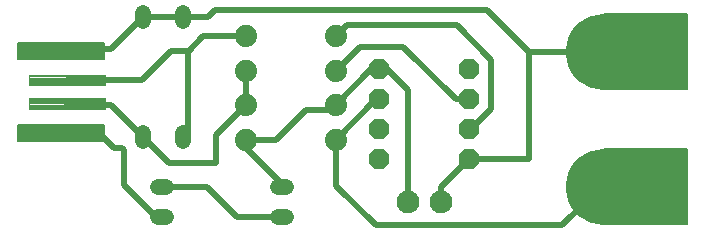
<source format=gtl>
G04 EAGLE Gerber RS-274X export*
G75*
%MOMM*%
%FSLAX34Y34*%
%LPD*%
%INTop Copper*%
%IPPOS*%
%AMOC8*
5,1,8,0,0,1.08239X$1,22.5*%
G01*
%ADD10C,0.150000*%
%ADD11C,0.100000*%
%ADD12P,1.869504X8X292.500000*%
%ADD13C,1.320800*%
%ADD14C,1.879600*%
%ADD15C,6.451600*%
%ADD16C,1.930400*%
%ADD17C,0.508000*%

G36*
X565215Y139077D02*
X565215Y139077D01*
X565281Y139079D01*
X565324Y139097D01*
X565371Y139105D01*
X565428Y139139D01*
X565488Y139164D01*
X565523Y139195D01*
X565564Y139220D01*
X565606Y139271D01*
X565654Y139315D01*
X565676Y139357D01*
X565705Y139394D01*
X565726Y139456D01*
X565757Y139515D01*
X565765Y139569D01*
X565777Y139606D01*
X565776Y139646D01*
X565784Y139700D01*
X565784Y203200D01*
X565773Y203265D01*
X565771Y203331D01*
X565753Y203374D01*
X565745Y203421D01*
X565711Y203478D01*
X565686Y203538D01*
X565655Y203573D01*
X565630Y203614D01*
X565579Y203656D01*
X565535Y203704D01*
X565493Y203726D01*
X565456Y203755D01*
X565394Y203776D01*
X565335Y203807D01*
X565281Y203815D01*
X565244Y203827D01*
X565204Y203826D01*
X565150Y203834D01*
X495300Y203834D01*
X495235Y203823D01*
X495169Y203821D01*
X495126Y203803D01*
X495079Y203795D01*
X495022Y203761D01*
X494962Y203736D01*
X494927Y203705D01*
X494886Y203680D01*
X494845Y203629D01*
X494796Y203585D01*
X494774Y203543D01*
X494745Y203506D01*
X494724Y203444D01*
X494693Y203385D01*
X494685Y203331D01*
X494673Y203294D01*
X494674Y203254D01*
X494666Y203200D01*
X494666Y201930D01*
X494677Y201865D01*
X494679Y201799D01*
X494697Y201756D01*
X494705Y201709D01*
X494739Y201652D01*
X494764Y201592D01*
X494795Y201557D01*
X494820Y201516D01*
X494871Y201475D01*
X494915Y201426D01*
X494957Y201404D01*
X494994Y201375D01*
X495056Y201354D01*
X495115Y201323D01*
X495169Y201315D01*
X495206Y201303D01*
X495246Y201304D01*
X495300Y201296D01*
X500117Y201296D01*
X520066Y181347D01*
X520066Y159013D01*
X502657Y141604D01*
X495300Y141604D01*
X495235Y141593D01*
X495169Y141591D01*
X495126Y141573D01*
X495079Y141565D01*
X495022Y141531D01*
X494962Y141506D01*
X494927Y141475D01*
X494886Y141450D01*
X494845Y141399D01*
X494796Y141355D01*
X494774Y141313D01*
X494745Y141276D01*
X494724Y141214D01*
X494693Y141155D01*
X494685Y141101D01*
X494673Y141064D01*
X494673Y141062D01*
X494674Y141024D01*
X494666Y140970D01*
X494666Y139700D01*
X494677Y139635D01*
X494679Y139569D01*
X494697Y139526D01*
X494705Y139479D01*
X494739Y139422D01*
X494764Y139362D01*
X494795Y139327D01*
X494820Y139286D01*
X494871Y139245D01*
X494915Y139196D01*
X494957Y139174D01*
X494994Y139145D01*
X495056Y139124D01*
X495115Y139093D01*
X495169Y139085D01*
X495206Y139073D01*
X495246Y139074D01*
X495300Y139066D01*
X565150Y139066D01*
X565215Y139077D01*
G37*
G36*
X565215Y24777D02*
X565215Y24777D01*
X565281Y24779D01*
X565324Y24797D01*
X565371Y24805D01*
X565428Y24839D01*
X565488Y24864D01*
X565523Y24895D01*
X565564Y24920D01*
X565606Y24971D01*
X565654Y25015D01*
X565676Y25057D01*
X565705Y25094D01*
X565726Y25156D01*
X565757Y25215D01*
X565765Y25269D01*
X565777Y25306D01*
X565776Y25346D01*
X565784Y25400D01*
X565784Y88900D01*
X565773Y88965D01*
X565771Y89031D01*
X565753Y89074D01*
X565745Y89121D01*
X565711Y89178D01*
X565686Y89238D01*
X565655Y89273D01*
X565630Y89314D01*
X565579Y89356D01*
X565535Y89404D01*
X565493Y89426D01*
X565456Y89455D01*
X565394Y89476D01*
X565335Y89507D01*
X565281Y89515D01*
X565244Y89527D01*
X565204Y89526D01*
X565150Y89534D01*
X495300Y89534D01*
X495235Y89523D01*
X495169Y89521D01*
X495126Y89503D01*
X495079Y89495D01*
X495022Y89461D01*
X494962Y89436D01*
X494927Y89405D01*
X494886Y89380D01*
X494845Y89329D01*
X494796Y89285D01*
X494774Y89243D01*
X494745Y89206D01*
X494724Y89144D01*
X494693Y89085D01*
X494685Y89031D01*
X494673Y88994D01*
X494674Y88954D01*
X494666Y88900D01*
X494666Y87630D01*
X494677Y87565D01*
X494679Y87499D01*
X494697Y87456D01*
X494705Y87409D01*
X494739Y87352D01*
X494764Y87292D01*
X494795Y87257D01*
X494820Y87216D01*
X494871Y87175D01*
X494915Y87126D01*
X494957Y87104D01*
X494994Y87075D01*
X495056Y87054D01*
X495115Y87023D01*
X495169Y87015D01*
X495206Y87003D01*
X495246Y87004D01*
X495300Y86996D01*
X500117Y86996D01*
X520066Y67047D01*
X520066Y44713D01*
X502657Y27304D01*
X495300Y27304D01*
X495235Y27293D01*
X495169Y27291D01*
X495126Y27273D01*
X495079Y27265D01*
X495022Y27231D01*
X494962Y27206D01*
X494927Y27175D01*
X494886Y27150D01*
X494845Y27099D01*
X494796Y27055D01*
X494774Y27013D01*
X494745Y26976D01*
X494724Y26914D01*
X494693Y26855D01*
X494685Y26801D01*
X494673Y26764D01*
X494673Y26762D01*
X494674Y26724D01*
X494666Y26670D01*
X494666Y25400D01*
X494677Y25335D01*
X494679Y25269D01*
X494697Y25226D01*
X494705Y25179D01*
X494739Y25122D01*
X494764Y25062D01*
X494795Y25027D01*
X494820Y24986D01*
X494871Y24945D01*
X494915Y24896D01*
X494957Y24874D01*
X494994Y24845D01*
X495056Y24824D01*
X495115Y24793D01*
X495169Y24785D01*
X495206Y24773D01*
X495246Y24774D01*
X495300Y24766D01*
X565150Y24766D01*
X565215Y24777D01*
G37*
D10*
X72050Y95590D02*
X-1450Y95590D01*
X-1450Y109090D01*
X72050Y109090D01*
X72050Y95590D01*
X72050Y97015D02*
X-1450Y97015D01*
X-1450Y98440D02*
X72050Y98440D01*
X72050Y99865D02*
X-1450Y99865D01*
X-1450Y101290D02*
X72050Y101290D01*
X72050Y102715D02*
X-1450Y102715D01*
X-1450Y104140D02*
X72050Y104140D01*
X72050Y105565D02*
X-1450Y105565D01*
X-1450Y106990D02*
X72050Y106990D01*
X72050Y108415D02*
X-1450Y108415D01*
D11*
X8300Y122840D02*
X72300Y122840D01*
X8300Y122840D02*
X8300Y131840D01*
X72300Y131840D01*
X72300Y122840D01*
X72300Y123790D02*
X8300Y123790D01*
X8300Y124740D02*
X72300Y124740D01*
X72300Y125690D02*
X8300Y125690D01*
X8300Y126640D02*
X72300Y126640D01*
X72300Y127590D02*
X8300Y127590D01*
X8300Y128540D02*
X72300Y128540D01*
X72300Y129490D02*
X8300Y129490D01*
X8300Y130440D02*
X72300Y130440D01*
X72300Y131390D02*
X8300Y131390D01*
X8300Y142840D02*
X72300Y142840D01*
X8300Y142840D02*
X8300Y151840D01*
X72300Y151840D01*
X72300Y142840D01*
X72300Y143790D02*
X8300Y143790D01*
X8300Y144740D02*
X72300Y144740D01*
X72300Y145690D02*
X8300Y145690D01*
X8300Y146640D02*
X72300Y146640D01*
X72300Y147590D02*
X8300Y147590D01*
X8300Y148540D02*
X72300Y148540D01*
X72300Y149490D02*
X8300Y149490D01*
X8300Y150440D02*
X72300Y150440D01*
X72300Y151390D02*
X8300Y151390D01*
D10*
X-1450Y165590D02*
X72050Y165590D01*
X-1450Y165590D02*
X-1450Y179090D01*
X72050Y179090D01*
X72050Y165590D01*
X72050Y167015D02*
X-1450Y167015D01*
X-1450Y168440D02*
X72050Y168440D01*
X72050Y169865D02*
X-1450Y169865D01*
X-1450Y171290D02*
X72050Y171290D01*
X72050Y172715D02*
X-1450Y172715D01*
X-1450Y174140D02*
X72050Y174140D01*
X72050Y175565D02*
X-1450Y175565D01*
X-1450Y176990D02*
X72050Y176990D01*
X72050Y178415D02*
X-1450Y178415D01*
D12*
X380580Y156390D03*
X380580Y130990D03*
X380580Y105590D03*
X380580Y80190D03*
X304380Y80190D03*
X304380Y105590D03*
X304380Y130990D03*
X304380Y156390D03*
D13*
X138530Y102542D02*
X138530Y95938D01*
X138530Y197538D02*
X138530Y204142D01*
X105080Y102542D02*
X105080Y95938D01*
X105080Y197538D02*
X105080Y204142D01*
D14*
X191770Y155160D03*
X267970Y155160D03*
X191770Y184510D03*
X267970Y184510D03*
X191770Y96880D03*
X267970Y96880D03*
X191770Y126090D03*
X267970Y126090D03*
D15*
X495300Y171450D03*
X495300Y57150D03*
D13*
X225552Y57150D02*
X218948Y57150D01*
X123952Y57150D02*
X117348Y57150D01*
X218948Y31750D02*
X225552Y31750D01*
X123952Y31750D02*
X117348Y31750D01*
D16*
X328930Y44450D03*
X356870Y44450D03*
D17*
X191770Y126090D02*
X191770Y155160D01*
X127104Y77216D02*
X105080Y99240D01*
X127104Y77216D02*
X166370Y77216D01*
X166370Y100690D02*
X191770Y126090D01*
X166370Y100690D02*
X166370Y77216D01*
X41148Y126492D02*
X40300Y127340D01*
X41148Y126492D02*
X77828Y126492D01*
X105080Y99240D01*
X138530Y99240D02*
X142645Y103355D01*
X142645Y171450D01*
X142645Y171810D01*
X103800Y147340D02*
X40300Y147340D01*
X103800Y147340D02*
X128270Y171810D01*
X142645Y171810D01*
X142645Y171450D02*
X155705Y184510D01*
X191770Y184510D01*
X159692Y200840D02*
X138530Y200840D01*
X431380Y171450D02*
X431380Y80190D01*
X380580Y80190D01*
X431380Y171450D02*
X495300Y171450D01*
X380580Y80190D02*
X356870Y56480D01*
X356870Y44450D01*
X36696Y173736D02*
X35300Y172340D01*
X36696Y173736D02*
X77976Y173736D01*
X105080Y200840D01*
X138530Y200840D01*
X396103Y206727D02*
X431380Y171450D01*
X396103Y206727D02*
X165579Y206727D01*
X159692Y200840D01*
X267970Y126330D02*
X298030Y156390D01*
X267970Y126330D02*
X267970Y126090D01*
X298030Y156390D02*
X304380Y156390D01*
X267970Y126090D02*
X267970Y122280D01*
X242570Y122280D01*
X217170Y96880D01*
X222250Y59690D02*
X222250Y57150D01*
X217170Y96880D02*
X191770Y96880D01*
X191770Y90170D01*
X222250Y59690D01*
X328930Y44450D02*
X328930Y138926D01*
X311466Y156390D01*
X304380Y156390D01*
X369514Y130990D02*
X380580Y130990D01*
X324998Y175506D02*
X288316Y175506D01*
X267970Y155160D01*
X324998Y175506D02*
X369514Y130990D01*
X380580Y105590D02*
X382214Y105590D01*
X399696Y123072D01*
X399696Y164308D01*
X370297Y193707D01*
X277167Y193707D01*
X267970Y184510D01*
X302080Y130990D02*
X267970Y96880D01*
X302080Y130990D02*
X304380Y130990D01*
X492506Y57150D02*
X495300Y57150D01*
X492506Y57150D02*
X459674Y24318D01*
X301541Y24318D01*
X267970Y57889D01*
X267970Y96880D01*
X222250Y31750D02*
X184150Y31750D01*
X158750Y57150D01*
X120650Y57150D01*
X67050Y102340D02*
X35300Y102340D01*
X67050Y102340D02*
X79750Y89640D01*
X88900Y58136D02*
X115286Y31750D01*
X120650Y31750D01*
X87198Y89640D02*
X79750Y89640D01*
X87198Y89640D02*
X88900Y87938D01*
X88900Y58136D01*
M02*

</source>
